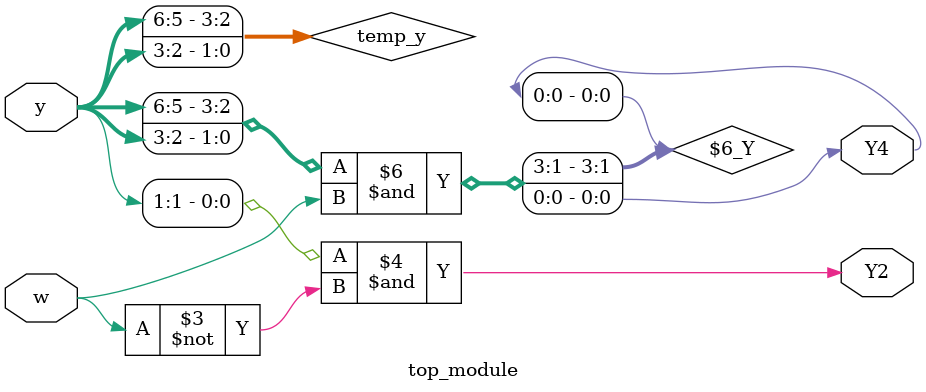
<source format=sv>
module top_module (
    input [6:1] y,
    input w,
    output reg Y2,
    output reg Y4
);

    reg [3:0] temp_y; // to store selected bits of y

    // Select bits 2, 3, 5, 6 of y
    always @* begin
        temp_y = {y[6], y[5], y[3], y[2]};
    end

    // Generate Y2 by taking the logical AND of the first bit of y and the logical NOT of w
    always @* begin
        Y2 = y[1] & ~w;
    end

    // Generate Y4 by taking the logical AND of selected bits of y and w
    always @* begin
        Y4 = temp_y & w;
    end

endmodule

</source>
